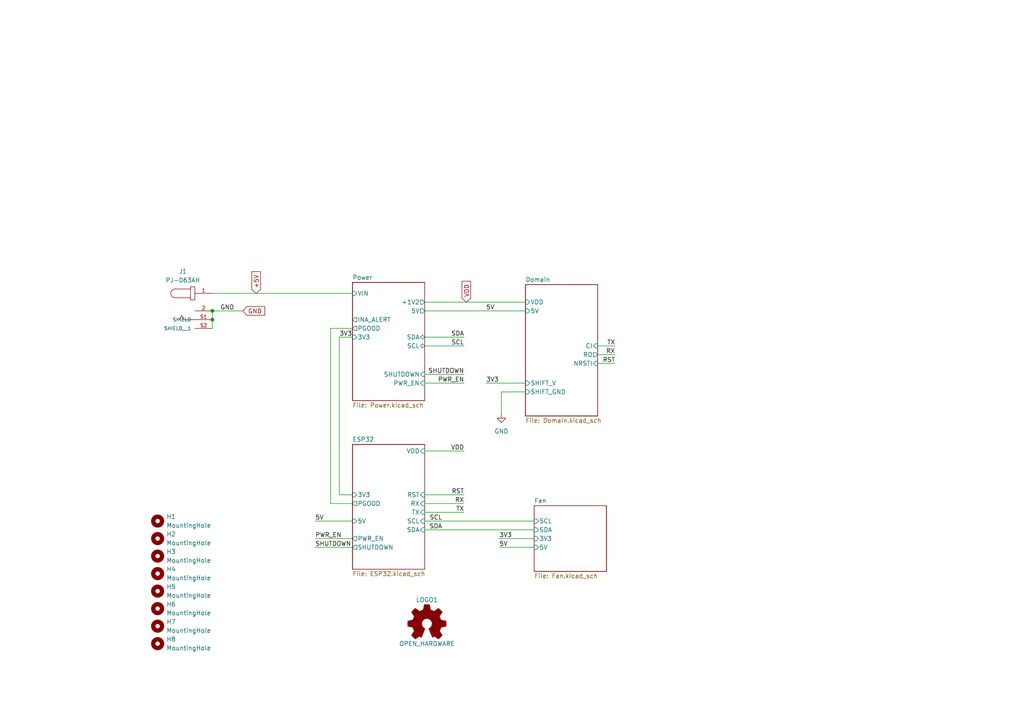
<source format=kicad_sch>
(kicad_sch (version 20231120) (generator "eeschema") (generator_version "8.0")
  (paper "A4")
  (title_block (title "BitForgeNano") (date "2024-06-21") (rev "1.0") (comment 1 "Licensed under CERN-OHL-W version 2"))
  (lib_symbols
    (symbol "BitForgeNano:GND" (power) (pin_numbers hide) (pin_names (offset 0) hide)
      (property "Value" "GND" (at 0 -3.81 0))
      (symbol "GND_0_1"
        (polyline (pts (xy 0 0) (xy 0 -1.27) (xy 1.27 -1.27) (xy 0 -2.54) (xy -1.27 -1.27) (xy 0 -1.27)))
      )
      (symbol "GND_1_1"
        (pin power_in line (at 0 0 270) (length 0) (name "~") (number "1"))
      )
    )
    (symbol "BitForgeNano:Logo_Open_Hardware_Small" (in_bom no) (on_board no)
      (symbol "Logo_Open_Hardware_Small_0_1"
        (polyline (pts (xy 3.3528 -4.3434) (xy 3.302 -4.318) (xy 3.175 -4.2418) (xy 2.9972 -4.1148) (xy 2.7686 -3.9624) (xy 2.54 -3.81) (xy 2.3622 -3.7084) (xy 2.2352 -3.6068) (xy 2.1844 -3.5814) (xy 2.159 -3.6068) (xy 2.0574 -3.6576) (xy 1.905 -3.7338) (xy 1.8034 -3.7846) (xy 1.6764 -3.8354) (xy 1.6002 -3.8354) (xy 1.6002 -3.8354) (xy 1.5494 -3.7338) (xy 1.4732 -3.5306) (xy 1.3462 -3.302) (xy 1.2446 -3.0226) (xy 1.1176 -2.7178) (xy 0.9652 -2.413) (xy 0.8636 -2.1082) (xy 0.7366 -1.8288) (xy 0.6604 -1.6256) (xy 0.6096 -1.4732) (xy 0.5842 -1.397) (xy 0.5842 -1.397) (xy 0.6604 -1.3208) (xy 0.7874 -1.2446) (xy 1.0414 -1.016) (xy 1.2954 -0.6858) (xy 1.4478 -0.3302) (xy 1.524 0.0762) (xy 1.4732 0.4572) (xy 1.3208 0.8128) (xy 1.0668 1.143) (xy 0.762 1.3716) (xy 0.4064 1.524) (xy 0 1.5748) (xy -0.381 1.5494) (xy -0.7366 1.397) (xy -1.0668 1.143) (xy -1.2192 0.9906) (xy -1.397 0.6604) (xy -1.524 0.3048) (xy -1.524 0.2286) (xy -1.4986 -0.1778) (xy -1.397 -0.5334) (xy -1.1938 -0.8636) (xy -0.9144 -1.143) (xy -0.8636 -1.1684) (xy -0.7366 -1.27) (xy -0.635 -1.3462) (xy -0.5842 -1.397) (xy -1.0668 -2.5908) (xy -1.143 -2.794) (xy -1.2954 -3.1242) (xy -1.397 -3.4036) (xy -1.4986 -3.6322) (xy -1.5748 -3.7846) (xy -1.6002 -3.8354) (xy -1.6002 -3.8354) (xy -1.651 -3.8354) (xy -1.7272 -3.81) (xy -1.905 -3.7338) (xy -2.0066 -3.683) (xy -2.1336 -3.6068) (xy -2.2098 -3.5814) (xy -2.2606 -3.6068) (xy -2.3622 -3.683) (xy -2.54 -3.81) (xy -2.7686 -3.9624) (xy -2.9718 -4.0894) (xy -3.1496 -4.2164) (xy -3.302 -4.318) (xy -3.3528 -4.3434) (xy -3.3782 -4.3434) (xy -3.429 -4.318) (xy -3.5306 -4.2164) (xy -3.7084 -4.064) (xy -3.937 -3.8354) (xy -3.9624 -3.81) (xy -4.1656 -3.6068) (xy -4.318 -3.4544) (xy -4.4196 -3.3274) (xy -4.445 -3.2766) (xy -4.445 -3.2766) (xy -4.4196 -3.2258) (xy -4.318 -3.0734) (xy -4.2164 -2.8956) (xy -4.064 -2.667) (xy -3.6576 -2.0828) (xy -3.8862 -1.5494) (xy -3.937 -1.3716) (xy -4.0386 -1.1684) (xy -4.0894 -1.0414) (xy -4.1148 -0.9652) (xy -4.191 -0.9398) (xy -4.318 -0.9144) (xy -4.5466 -0.8636) (xy -4.8006 -0.8128) (xy -5.0546 -0.7874) (xy -5.2578 -0.7366) (xy -5.4356 -0.7112) (xy -5.5118 -0.6858) (xy -5.5118 -0.6858) (xy -5.5372 -0.635) (xy -5.5372 -0.5588) (xy -5.5372 -0.4318) (xy -5.5626 -0.2286) (xy -5.5626 0.0762) (xy -5.5626 0.127) (xy -5.5372 0.4064) (xy -5.5372 0.635) (xy -5.5372 0.762) (xy -5.5372 0.8382) (xy -5.5372 0.8382) (xy -5.461 0.8382) (xy -5.3086 0.889) (xy -5.08 0.9144) (xy -4.826 0.9652) (xy -4.8006 0.9906) (xy -4.5466 1.0414) (xy -4.318 1.0668) (xy -4.1656 1.1176) (xy -4.0894 1.143) (xy -4.0894 1.143) (xy -4.0386 1.2446) (xy -3.9624 1.4224) (xy -3.8608 1.6256) (xy -3.7846 1.8288) (xy -3.7084 2.0066) (xy -3.6576 2.159) (xy -3.6322 2.2098) (xy -3.6322 2.2098) (xy -3.683 2.286) (xy -3.7592 2.413) (xy -3.8862 2.5908) (xy -4.064 2.8194) (xy -4.064 2.8448) (xy -4.2164 3.0734) (xy -4.3434 3.2512) (xy -4.4196 3.3782) (xy -4.445 3.4544) (xy -4.445 3.4544) (xy -4.3942 3.5052) (xy -4.2926 3.6322) (xy -4.1148 3.81) (xy -3.937 4.0132) (xy -3.8608 4.064) (xy -3.6576 4.2926) (xy -3.5052 4.4196) (xy -3.4036 4.4958) (xy -3.3528 4.5212) (xy -3.3528 4.5212) (xy -3.302 4.4704) (xy -3.1496 4.3688) (xy -2.9718 4.2418) (xy -2.7432 4.0894) (xy -2.7178 4.0894) (xy -2.4892 3.937) (xy -2.3114 3.81) (xy -2.1844 3.7084) (xy -2.1336 3.683) (xy -2.1082 3.683) (xy -2.032 3.7084) (xy -1.8542 3.7592) (xy -1.6764 3.8354) (xy -1.4732 3.937) (xy -1.27 4.0132) (xy -1.143 4.064) (xy -1.0668 4.1148) (xy -1.0668 4.1148) (xy -1.0414 4.191) (xy -1.016 4.3434) (xy -0.9652 4.572) (xy -0.9144 4.8514) (xy -0.889 4.9022) (xy -0.8382 5.1562) (xy -0.8128 5.3848) (xy -0.7874 5.5372) (xy -0.762 5.588) (xy -0.7112 5.6134) (xy -0.5842 5.6134) (xy -0.4064 5.6134) (xy -0.1524 5.6134) (xy 0.0762 5.6134) (xy 0.3302 5.6134) (xy 0.5334 5.6134) (xy 0.6858 5.588) (xy 0.7366 5.588) (xy 0.7366 5.588) (xy 0.762 5.5118) (xy 0.8128 5.334) (xy 0.8382 5.1054) (xy 0.9144 4.826) (xy 0.9144 4.7752) (xy 0.9652 4.5212) (xy 1.016 4.2926) (xy 1.0414 4.1402) (xy 1.0668 4.0894) (xy 1.0668 4.0894) (xy 1.1938 4.0386) (xy 1.3716 3.9624) (xy 1.5748 3.8608) (xy 2.0828 3.6576) (xy 2.7178 4.0894) (xy 2.7686 4.1402) (xy 2.9972 4.2926) (xy 3.175 4.4196) (xy 3.302 4.4958) (xy 3.3782 4.5212) (xy 3.3782 4.5212) (xy 3.429 4.4704) (xy 3.556 4.3434) (xy 3.7338 4.191) (xy 3.9116 3.9878) (xy 4.064 3.8354) (xy 4.2418 3.6576) (xy 4.3434 3.556) (xy 4.4196 3.4798) (xy 4.4196 3.429) (xy 4.4196 3.4036) (xy 4.3942 3.3274) (xy 4.2926 3.2004) (xy 4.1656 2.9972) (xy 4.0132 2.794) (xy 3.8862 2.5908) (xy 3.7592 2.3876) (xy 3.6576 2.2352) (xy 3.6322 2.159) (xy 3.6322 2.1336) (xy 3.683 2.0066) (xy 3.7592 1.8288) (xy 3.8608 1.6002) (xy 4.064 1.1176) (xy 4.3942 1.0414) (xy 4.5974 1.016) (xy 4.8768 0.9652) (xy 5.1308 0.9144) (xy 5.5372 0.8382) (xy 5.5626 -0.6604) (xy 5.4864 -0.6858) (xy 5.4356 -0.6858) (xy 5.2832 -0.7366) (xy 5.0546 -0.762) (xy 4.8006 -0.8128) (xy 4.5974 -0.8636) (xy 4.3688 -0.9144) (xy 4.2164 -0.9398) (xy 4.1402 -0.9398) (xy 4.1148 -0.9652) (xy 4.064 -1.0668) (xy 3.9878 -1.2446) (xy 3.9116 -1.4478) (xy 3.81 -1.651) (xy 3.7338 -1.8542) (xy 3.683 -2.0066) (xy 3.6576 -2.0828) (xy 3.683 -2.1336) (xy 3.7846 -2.2606) (xy 3.8862 -2.4638) (xy 4.0386 -2.667) (xy 4.191 -2.8956) (xy 4.318 -3.0734) (xy 4.3942 -3.2004) (xy 4.445 -3.2766) (xy 4.4196 -3.3274) (xy 4.3434 -3.429) (xy 4.1656 -3.5814) (xy 3.937 -3.8354) (xy 3.8862 -3.8608) (xy 3.683 -4.064) (xy 3.5306 -4.2164) (xy 3.4036 -4.318) (xy 3.3528 -4.3434)) (fill (type outline)))
      )
    )
    (symbol "BitForgeNano:MountingHole" (pin_names (offset 1.016)) (exclude_from_sim yes) (in_bom no)
      (property "Reference" "H" (at 0 5.08 0))
      (property "Value" "MountingHole" (at 0 3.175 0))
      (symbol "MountingHole_0_1"
        (circle (center 0 0) (radius 1.27) (stroke (width 1.27)))
      )
    )
    (symbol "BitForgeNano:PJ-063AH" (pin_names (offset 1.016))
      (property "Reference" "J" (at -7.6276 5.0851 0))
      (property "Value" "PJ-063AH" (at -7.6313 -12.715 0))
      (symbol "PJ-063AH_0_0"
        (arc (start -5.715 3.81) (mid -6.9794 2.54) (end -5.715 1.27) (stroke (width 0.1524)))
        (polyline (pts (xy -5.715 3.81) (xy -1.27 3.81)) (stroke (width 0.1524)))
        (polyline (pts (xy -3.81 -3.81) (xy -4.445 -5.08)) (stroke (width 0.1524)))
        (polyline (pts (xy -3.175 -5.08) (xy -3.81 -3.81)) (stroke (width 0.1524)))
        (polyline (pts (xy -1.27 0.635) (xy 0 0.635)) (stroke (width 0.1524)))
        (polyline (pts (xy -1.27 1.27) (xy -5.715 1.27)) (stroke (width 0.1524)))
        (polyline (pts (xy -1.27 1.27) (xy -1.27 0.635)) (stroke (width 0.1524)))
        (polyline (pts (xy -1.27 3.81) (xy -1.27 1.27)) (stroke (width 0.1524)))
        (polyline (pts (xy -1.27 4.445) (xy -1.27 3.81)) (stroke (width 0.1524)))
        (polyline (pts (xy 0 -5.08) (xy -3.175 -5.08)) (stroke (width 0.1524)))
        (polyline (pts (xy 0 0.635) (xy 0 4.445)) (stroke (width 0.1524)))
        (polyline (pts (xy 0 4.445) (xy -1.27 4.445)) (stroke (width 0.1524)))
        (pin passive line (at 5.08 2.54 180) (length 5.08) (name "~") (number "1"))
        (pin passive line (at 5.08 -2.54 180) (length 5.08) (name "~") (number "2"))
        (pin power_in line (at 5.08 -5.08 180) (length 5.08) (name "SHIELD") (number "S1"))
        (pin power_in line (at 5.08 -7.62 180) (length 5.08) (name "SHIELD__1") (number "S2"))
      )
    )
  )
  (junction (at 61.595 92.71))
  (junction (at 61.595 90.17))
  (wire (pts (xy 61.595 85.09) (xy 102.235 85.09)))
  (wire (pts (xy 91.44 156.21) (xy 102.235 156.21)))
  (wire (pts (xy 123.19 151.13) (xy 154.94 151.13)))
  (wire (pts (xy 102.235 97.79) (xy 98.425 97.79)))
  (wire (pts (xy 123.19 90.17) (xy 152.4 90.17)))
  (wire (pts (xy 102.235 95.25) (xy 95.885 95.25)))
  (wire (pts (xy 95.885 146.05) (xy 102.235 146.05)))
  (wire (pts (xy 95.885 95.25) (xy 95.885 146.05)))
  (wire (pts (xy 152.4 113.665) (xy 145.415 113.665)))
  (wire (pts (xy 123.19 148.59) (xy 134.62 148.59)))
  (wire (pts (xy 145.415 113.665) (xy 145.415 120.015)))
  (wire (pts (xy 98.425 143.51) (xy 102.235 143.51)))
  (wire (pts (xy 123.19 146.05) (xy 134.62 146.05)))
  (wire (pts (xy 91.44 151.13) (xy 102.235 151.13)))
  (wire (pts (xy 61.595 90.17) (xy 70.485 90.17)))
  (wire (pts (xy 123.19 143.51) (xy 134.62 143.51)))
  (wire (pts (xy 123.19 153.67) (xy 154.94 153.67)))
  (wire (pts (xy 98.425 97.79) (xy 98.425 143.51)))
  (wire (pts (xy 61.595 92.71) (xy 61.595 95.25)))
  (wire (pts (xy 61.595 90.17) (xy 61.595 92.71)))
  (wire (pts (xy 173.355 100.33) (xy 178.435 100.33)))
  (wire (pts (xy 123.19 87.63) (xy 152.4 87.63)))
  (wire (pts (xy 144.78 158.75) (xy 154.94 158.75)))
  (wire (pts (xy 123.19 130.81) (xy 134.62 130.81)))
  (wire (pts (xy 173.355 102.87) (xy 178.435 102.87)))
  (wire (pts (xy 123.19 97.79) (xy 134.62 97.79)))
  (wire (pts (xy 91.44 158.75) (xy 102.235 158.75)))
  (wire (pts (xy 123.19 108.585) (xy 134.62 108.585)))
  (wire (pts (xy 123.19 100.33) (xy 134.62 100.33)))
  (wire (pts (xy 173.355 105.41) (xy 178.435 105.41)))
  (wire (pts (xy 140.97 111.125) (xy 152.4 111.125)))
  (wire (pts (xy 144.78 156.21) (xy 154.94 156.21)))
  (wire (pts (xy 123.19 111.125) (xy 134.62 111.125)))
  (label "5V" (at 144.78 158.75 0))
  (label "SHUTDOWN" (at 134.62 108.585 180))
  (label "VDD" (at 134.62 130.81 180))
  (label "SHUTDOWN" (at 91.44 158.75 0))
  (label "SDA" (at 134.62 97.79 180))
  (label "5V" (at 140.97 90.17 0))
  (label "3V3" (at 140.97 111.125 0))
  (label "PWR_EN" (at 91.44 156.21 0))
  (label "SCL" (at 134.62 100.33 180))
  (label "RST" (at 134.62 143.51 180))
  (label "RX" (at 178.435 102.87 180))
  (label "SCL" (at 128.27 151.13 180))
  (label "3V3" (at 98.425 97.79 0))
  (label "RX" (at 134.62 146.05 180))
  (label "3V3" (at 144.78 156.21 0))
  (label "SDA" (at 128.27 153.67 180))
  (label "GND" (at 67.945 90.17 180))
  (label "TX" (at 178.435 100.33 180))
  (label "RST" (at 178.435 105.41 180))
  (label "PWR_EN" (at 134.62 111.125 180))
  (label "TX" (at 134.62 148.59 180))
  (label "5V" (at 91.44 151.13 0))
  (global_label "GND" (shape input) (at 70.485 90.17 0) (property "Intersheetrefs" "${INTERSHEET_REFS}" (effects (hide yes))))
  (global_label "+5V" (shape input) (at 74.295 85.09 90) (property "Intersheetrefs" "${INTERSHEET_REFS}" (effects (hide yes))))
  (global_label "VDD" (shape input) (at 135.255 87.63 90) (property "Intersheetrefs" "${INTERSHEET_REFS}" (effects (hide yes))))
  (symbol (lib_id "BitForgeNano:MountingHole") (at 45.72 151.13 0) (unit 1) (exclude_from_sim yes) (in_bom no)
    (property "Reference" "H1" (at 48.26 149.8599 0) (effects (justify left)))
    (property "Value" "MountingHole" (at 48.26 152.3999 0) (effects (justify left)))
    (property "Footprint" "BitForgeNano:MountingHole_3.2mm_M3_ISO14580" (effects (hide yes)))
    (property "Description" "Mounting Hole without connection" (effects (hide yes)))
  )
  (symbol (lib_id "BitForgeNano:PJ-063AH") (at 56.515 87.63 0) (unit 1)
    (property "Reference" "J1" (at 53.0253 78.74 0))
    (property "Value" "PJ-063AH" (at 53.0253 81.28 0))
    (property "Footprint" "BitForgeNano:BarrelJack_CUI_PJ-063AH_Horizontal" (effects (hide yes)))
    (property "Description" "PJ-063AH" (effects (hide yes)))
    (property "PARTREV" "1.02" (effects (hide yes)))
    (property "MANUFACTURER" "CUI INC" (effects (hide yes)))
    (property "STANDARD" "Manufacturer recommendations" (effects (hide yes)))
    (property "DK" "CP-063AH-ND" (effects (hide yes)))
  )
  (symbol (lib_id "BitForgeNano:MountingHole") (at 45.72 156.21 0) (unit 1) (exclude_from_sim yes) (in_bom no)
    (property "Reference" "H2" (at 48.26 154.9399 0) (effects (justify left)))
    (property "Value" "MountingHole" (at 48.26 157.4799 0) (effects (justify left)))
    (property "Footprint" "BitForgeNano:MountingHole_3.2mm_M3_ISO14580" (effects (hide yes)))
    (property "Description" "Mounting Hole without connection" (effects (hide yes)))
  )
  (symbol (lib_id "BitForgeNano:MountingHole") (at 45.72 171.45 0) (unit 1) (exclude_from_sim yes) (in_bom no)
    (property "Reference" "H5" (at 48.26 170.1799 0) (effects (justify left)))
    (property "Value" "MountingHole" (at 48.26 172.7199 0) (effects (justify left)))
    (property "Footprint" "BitForgeNano:MountingHole_3.2mm_M3_ISO14580" (effects (hide yes)))
    (property "Description" "Mounting Hole without connection" (effects (hide yes)))
  )
  (symbol (lib_id "BitForgeNano:MountingHole") (at 45.72 181.61 0) (unit 1) (exclude_from_sim yes) (in_bom no)
    (property "Reference" "H7" (at 48.26 180.3399 0) (effects (justify left)))
    (property "Value" "MountingHole" (at 48.26 182.8799 0) (effects (justify left)))
    (property "Footprint" "BitForgeNano:MountingHole_3.2mm_M3_ISO14580" (effects (hide yes)))
    (property "Description" "Mounting Hole without connection" (effects (hide yes)))
  )
  (symbol (lib_id "BitForgeNano:MountingHole") (at 45.72 186.69 0) (unit 1) (exclude_from_sim yes) (in_bom no)
    (property "Reference" "H8" (at 48.26 185.4199 0) (effects (justify left)))
    (property "Value" "MountingHole" (at 48.26 187.9599 0) (effects (justify left)))
    (property "Footprint" "BitForgeNano:MountingHole_3.2mm_M3_ISO14580" (effects (hide yes)))
    (property "Description" "Mounting Hole without connection" (effects (hide yes)))
  )
  (symbol (lib_id "BitForgeNano:Logo_Open_Hardware_Small") (at 123.825 180.975 0) (unit 1)
    (property "Reference" "LOGO1" (at 123.825 173.99 0))
    (property "Value" "OPEN_HARDWARE" (at 123.825 186.69 0))
    (property "Footprint" "BitForgeNano:OSHW-Logo_5.7x6mm_SilkScreen" (effects (hide yes)))
    (property "Config" "+info" (effects (hide yes)))
  )
  (symbol (lib_id "BitForgeNano:GND") (at 145.415 120.015 0) (unit 1)
    (property "Reference" "#PWR060" (effects (hide yes)))
    (property "Value" "GND" (at 145.415 125.095 0))
    (property "Description" "Power symbol creates a global label with name \"GND\" , ground" (effects (hide yes)))
  )
  (symbol (lib_id "BitForgeNano:MountingHole") (at 45.72 161.29 0) (unit 1) (exclude_from_sim yes) (in_bom no)
    (property "Reference" "H3" (at 48.26 160.0199 0) (effects (justify left)))
    (property "Value" "MountingHole" (at 48.26 162.5599 0) (effects (justify left)))
    (property "Footprint" "BitForgeNano:MountingHole_3.2mm_M3_ISO14580" (effects (hide yes)))
    (property "Description" "Mounting Hole without connection" (effects (hide yes)))
  )
  (symbol (lib_id "BitForgeNano:MountingHole") (at 45.72 166.37 0) (unit 1) (exclude_from_sim yes) (in_bom no)
    (property "Reference" "H4" (at 48.26 165.0999 0) (effects (justify left)))
    (property "Value" "MountingHole" (at 48.26 167.6399 0) (effects (justify left)))
    (property "Footprint" "BitForgeNano:MountingHole_3.2mm_M3_ISO14580" (effects (hide yes)))
    (property "Description" "Mounting Hole without connection" (effects (hide yes)))
  )
  (symbol (lib_id "BitForgeNano:MountingHole") (at 45.72 176.53 0) (unit 1) (exclude_from_sim yes) (in_bom no)
    (property "Reference" "H6" (at 48.26 175.2599 0) (effects (justify left)))
    (property "Value" "MountingHole" (at 48.26 177.7999 0) (effects (justify left)))
    (property "Footprint" "BitForgeNano:MountingHole_3.2mm_M3_ISO14580" (effects (hide yes)))
    (property "Description" "Mounting Hole without connection" (effects (hide yes)))
  )
  (sheet (at 154.94 146.685) (size 20.955 19.05) (stroke (width 0.1524))
    (property "Sheetname" "Fan" (at 154.94 145.9734 0) (effects (justify left bottom)))
    (property "Sheetfile" "Fan.kicad_sch" (at 154.94 166.3196 0) (effects (justify left top)))
    (pin "SCL" input (at 154.94 151.13 180))
    (pin "SDA" input (at 154.94 153.67 180))
    (pin "3V3" input (at 154.94 156.21 180))
    (pin "5V" input (at 154.94 158.75 180))
  )
  (sheet (at 102.235 81.915) (size 20.955 34.29) (stroke (width 0.1524))
    (property "Sheetname" "Power" (at 102.235 81.2034 0) (effects (justify left bottom)))
    (property "Sheetfile" "Power.kicad_sch" (at 102.235 116.7896 0) (effects (justify left top)))
    (pin "VIN" input (at 102.235 85.09 180))
    (pin "3V3" input (at 102.235 97.79 180))
    (pin "PGOOD" output (at 102.235 95.25 180))
    (pin "5V" output (at 123.19 90.17 0))
    (pin "PWR_EN" input (at 123.19 111.125 0))
    (pin "SHUTDOWN" input (at 123.19 108.585 0))
    (pin "+1V2" output (at 123.19 87.63 0))
    (pin "INA_ALERT" output (at 102.235 92.71 180))
    (pin "SDA" bidirectional (at 123.19 97.79 0))
    (pin "SCL" bidirectional (at 123.19 100.33 0))
  )
  (sheet (at 152.4 82.55) (size 20.955 38.1) (stroke (width 0.1524))
    (property "Sheetname" "Domain" (at 152.4 81.8384 0) (effects (justify left bottom)))
    (property "Sheetfile" "Domain.kicad_sch" (at 152.4 121.2346 0) (effects (justify left top)))
    (pin "VDD" input (at 152.4 87.63 180))
    (pin "5V" input (at 152.4 90.17 180))
    (pin "SHIFT_GND" input (at 152.4 113.665 180))
    (pin "RO" output (at 173.355 102.87 0))
    (pin "CI" input (at 173.355 100.33 0))
    (pin "NRSTI" input (at 173.355 105.41 0))
    (pin "SHIFT_V" input (at 152.4 111.125 180))
  )
  (sheet (at 102.235 128.905) (size 20.955 36.195) (stroke (width 0.1524))
    (property "Sheetname" "ESP32" (at 102.235 128.1934 0) (effects (justify left bottom)))
    (property "Sheetfile" "ESP32.kicad_sch" (at 102.235 165.6846 0) (effects (justify left top)))
    (pin "PGOOD" output (at 102.235 146.05 180))
    (pin "RX" input (at 123.19 146.05 0))
    (pin "TX" input (at 123.19 148.59 0))
    (pin "3V3" input (at 102.235 143.51 180))
    (pin "5V" input (at 102.235 151.13 180))
    (pin "RST" input (at 123.19 143.51 0))
    (pin "SCL" input (at 123.19 151.13 0))
    (pin "SDA" input (at 123.19 153.67 0))
    (pin "VDD" input (at 123.19 130.81 0))
    (pin "SHUTDOWN" output (at 102.235 158.75 180))
    (pin "PWR_EN" output (at 102.235 156.21 180))
  )
)
</source>
